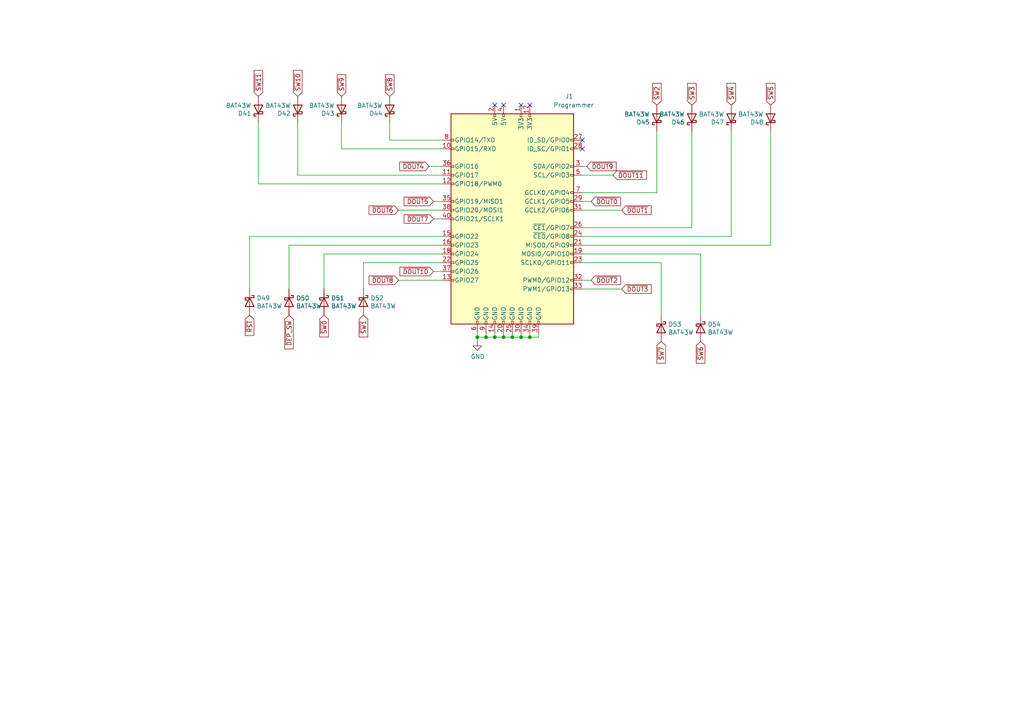
<source format=kicad_sch>
(kicad_sch (version 20230121) (generator eeschema)
  (paper "A4")
  (title_block (title "Q2 Computer") (date "2022-04-16") (rev "4c") (company "joewing.net"))
  (lib_symbols
    (symbol "Connector:Raspberry_Pi_2_3" (pin_names (offset 1.016))
      (property "Reference" "J" (at -17.78 31.75 0))
      (property "Value" "Raspberry_Pi_2_3" (at 10.16 -31.75 0))
      (symbol "Raspberry_Pi_2_3_0_1"
        (rectangle (start -17.78 30.48) (end 17.78 -30.48) (stroke (width 0.254)) (fill (type background)))
      )
      (symbol "Raspberry_Pi_2_3_1_1"
        (rectangle (start -16.891 -17.526) (end -17.78 -18.034))
        (rectangle (start -16.891 -14.986) (end -17.78 -15.494))
        (rectangle (start -16.891 -12.446) (end -17.78 -12.954))
        (rectangle (start -16.891 -9.906) (end -17.78 -10.414))
        (rectangle (start -16.891 -7.366) (end -17.78 -7.874))
        (rectangle (start -16.891 -4.826) (end -17.78 -5.334))
        (rectangle (start -16.891 0.254) (end -17.78 -0.254))
        (rectangle (start -16.891 2.794) (end -17.78 2.286))
        (rectangle (start -16.891 5.334) (end -17.78 4.826))
        (rectangle (start -16.891 10.414) (end -17.78 9.906))
        (rectangle (start -16.891 12.954) (end -17.78 12.446))
        (rectangle (start -16.891 15.494) (end -17.78 14.986))
        (rectangle (start -16.891 20.574) (end -17.78 20.066))
        (rectangle (start -16.891 23.114) (end -17.78 22.606))
        (rectangle (start -10.414 -29.591) (end -9.906 -30.48))
        (rectangle (start -7.874 -29.591) (end -7.366 -30.48))
        (rectangle (start -5.334 -29.591) (end -4.826 -30.48))
        (rectangle (start -5.334 30.48) (end -4.826 29.591))
        (rectangle (start -2.794 -29.591) (end -2.286 -30.48))
        (rectangle (start -2.794 30.48) (end -2.286 29.591))
        (rectangle (start -0.254 -29.591) (end 0.254 -30.48))
        (rectangle (start 2.286 -29.591) (end 2.794 -30.48))
        (rectangle (start 2.286 30.48) (end 2.794 29.591))
        (rectangle (start 4.826 -29.591) (end 5.334 -30.48))
        (rectangle (start 4.826 30.48) (end 5.334 29.591))
        (rectangle (start 7.366 -29.591) (end 7.874 -30.48))
        (rectangle (start 17.78 -20.066) (end 16.891 -20.574))
        (rectangle (start 17.78 -17.526) (end 16.891 -18.034))
        (rectangle (start 17.78 -12.446) (end 16.891 -12.954))
        (rectangle (start 17.78 -9.906) (end 16.891 -10.414))
        (rectangle (start 17.78 -7.366) (end 16.891 -7.874))
        (rectangle (start 17.78 -4.826) (end 16.891 -5.334))
        (rectangle (start 17.78 -2.286) (end 16.891 -2.794))
        (rectangle (start 17.78 2.794) (end 16.891 2.286))
        (rectangle (start 17.78 5.334) (end 16.891 4.826))
        (rectangle (start 17.78 7.874) (end 16.891 7.366))
        (rectangle (start 17.78 12.954) (end 16.891 12.446))
        (rectangle (start 17.78 15.494) (end 16.891 14.986))
        (rectangle (start 17.78 20.574) (end 16.891 20.066))
        (rectangle (start 17.78 23.114) (end 16.891 22.606))
        (pin power_in line (at 2.54 33.02 270) (length 2.54) (name "3V3") (number "1"))
        (pin bidirectional line (at -20.32 20.32 0) (length 2.54) (name "GPIO15/RXD") (number "10"))
        (pin bidirectional line (at -20.32 12.7 0) (length 2.54) (name "GPIO17") (number "11"))
        (pin bidirectional line (at -20.32 10.16 0) (length 2.54) (name "GPIO18/PWM0") (number "12"))
        (pin bidirectional line (at -20.32 -17.78 0) (length 2.54) (name "GPIO27") (number "13"))
        (pin power_in line (at -5.08 -33.02 90) (length 2.54) (name "GND") (number "14"))
        (pin bidirectional line (at -20.32 -5.08 0) (length 2.54) (name "GPIO22") (number "15"))
        (pin bidirectional line (at -20.32 -7.62 0) (length 2.54) (name "GPIO23") (number "16"))
        (pin power_in line (at 5.08 33.02 270) (length 2.54) (name "3V3") (number "17"))
        (pin bidirectional line (at -20.32 -10.16 0) (length 2.54) (name "GPIO24") (number "18"))
        (pin bidirectional line (at 20.32 -10.16 180) (length 2.54) (name "MOSI0/GPIO10") (number "19"))
        (pin power_in line (at -5.08 33.02 270) (length 2.54) (name "5V") (number "2"))
        (pin power_in line (at -2.54 -33.02 90) (length 2.54) (name "GND") (number "20"))
        (pin bidirectional line (at 20.32 -7.62 180) (length 2.54) (name "MISO0/GPIO9") (number "21"))
        (pin bidirectional line (at -20.32 -12.7 0) (length 2.54) (name "GPIO25") (number "22"))
        (pin bidirectional line (at 20.32 -12.7 180) (length 2.54) (name "SCLK0/GPIO11") (number "23"))
        (pin bidirectional line (at 20.32 -5.08 180) (length 2.54) (name "~{CE0}/GPIO8") (number "24"))
        (pin power_in line (at 0 -33.02 90) (length 2.54) (name "GND") (number "25"))
        (pin bidirectional line (at 20.32 -2.54 180) (length 2.54) (name "~{CE1}/GPIO7") (number "26"))
        (pin bidirectional line (at 20.32 22.86 180) (length 2.54) (name "ID_SD/GPIO0") (number "27"))
        (pin bidirectional line (at 20.32 20.32 180) (length 2.54) (name "ID_SC/GPIO1") (number "28"))
        (pin bidirectional line (at 20.32 5.08 180) (length 2.54) (name "GCLK1/GPIO5") (number "29"))
        (pin bidirectional line (at 20.32 15.24 180) (length 2.54) (name "SDA/GPIO2") (number "3"))
        (pin power_in line (at 2.54 -33.02 90) (length 2.54) (name "GND") (number "30"))
        (pin bidirectional line (at 20.32 2.54 180) (length 2.54) (name "GCLK2/GPIO6") (number "31"))
        (pin bidirectional line (at 20.32 -17.78 180) (length 2.54) (name "PWM0/GPIO12") (number "32"))
        (pin bidirectional line (at 20.32 -20.32 180) (length 2.54) (name "PWM1/GPIO13") (number "33"))
        (pin power_in line (at 5.08 -33.02 90) (length 2.54) (name "GND") (number "34"))
        (pin bidirectional line (at -20.32 5.08 0) (length 2.54) (name "GPIO19/MISO1") (number "35"))
        (pin bidirectional line (at -20.32 15.24 0) (length 2.54) (name "GPIO16") (number "36"))
        (pin bidirectional line (at -20.32 -15.24 0) (length 2.54) (name "GPIO26") (number "37"))
        (pin bidirectional line (at -20.32 2.54 0) (length 2.54) (name "GPIO20/MOSI1") (number "38"))
        (pin power_in line (at 7.62 -33.02 90) (length 2.54) (name "GND") (number "39"))
        (pin power_in line (at -2.54 33.02 270) (length 2.54) (name "5V") (number "4"))
        (pin bidirectional line (at -20.32 0 0) (length 2.54) (name "GPIO21/SCLK1") (number "40"))
        (pin bidirectional line (at 20.32 12.7 180) (length 2.54) (name "SCL/GPIO3") (number "5"))
        (pin power_in line (at -10.16 -33.02 90) (length 2.54) (name "GND") (number "6"))
        (pin bidirectional line (at 20.32 7.62 180) (length 2.54) (name "GCLK0/GPIO4") (number "7"))
        (pin bidirectional line (at -20.32 22.86 0) (length 2.54) (name "GPIO14/TXD") (number "8"))
        (pin power_in line (at -7.62 -33.02 90) (length 2.54) (name "GND") (number "9"))
      )
    )
    (symbol "Diode:BAT43W-V" (pin_numbers hide) (pin_names (offset 1.016) hide)
      (property "Reference" "D" (at 0 2.54 0))
      (property "Value" "BAT43W-V" (at 0 -2.54 0))
      (symbol "BAT43W-V_0_1"
        (polyline (pts (xy 1.27 0) (xy -1.27 0)))
        (polyline (pts (xy 1.27 1.27) (xy 1.27 -1.27) (xy -1.27 0) (xy 1.27 1.27)) (stroke (width 0.254)))
        (polyline (pts (xy -1.905 0.635) (xy -1.905 1.27) (xy -1.27 1.27) (xy -1.27 -1.27) (xy -0.635 -1.27) (xy -0.635 -0.635)) (stroke (width 0.254)))
      )
      (symbol "BAT43W-V_1_1"
        (pin passive line (at -3.81 0 0) (length 2.54) (name "K") (number "1"))
        (pin passive line (at 3.81 0 180) (length 2.54) (name "A") (number "2"))
      )
    )
    (symbol "power:GND" (power) (pin_names (offset 0))
      (property "Value" "GND" (at 0 -3.81 0))
      (symbol "GND_0_1"
        (polyline (pts (xy 0 0) (xy 0 -1.27) (xy 1.27 -1.27) (xy 0 -2.54) (xy -1.27 -1.27) (xy 0 -1.27)))
      )
      (symbol "GND_1_1"
        (pin power_in line (at 0 0 270) (length 0) hide (name "GND") (number "1"))
      )
    )
  )
  (junction (at 140.97 97.79))
  (junction (at 153.67 97.79))
  (junction (at 138.43 97.79))
  (junction (at 148.59 97.79))
  (junction (at 143.51 97.79))
  (junction (at 146.05 97.79))
  (junction (at 151.13 97.79))
  (no_connect (at 151.13 30.48))
  (no_connect (at 153.67 30.48))
  (no_connect (at 168.91 43.18))
  (no_connect (at 143.51 30.48))
  (no_connect (at 146.05 30.48))
  (no_connect (at 168.91 40.64))
  (wire (pts (xy 151.13 96.52) (xy 151.13 97.79)))
  (wire (pts (xy 138.43 97.79) (xy 138.43 99.06)))
  (wire (pts (xy 74.93 53.34) (xy 128.27 53.34)))
  (wire (pts (xy 212.09 38.1) (xy 212.09 68.58)))
  (wire (pts (xy 115.57 81.28) (xy 128.27 81.28)))
  (wire (pts (xy 99.06 35.56) (xy 99.06 43.18)))
  (wire (pts (xy 191.77 91.44) (xy 191.77 76.2)))
  (wire (pts (xy 200.66 66.04) (xy 168.91 66.04)))
  (wire (pts (xy 203.2 91.44) (xy 203.2 73.66)))
  (wire (pts (xy 212.09 68.58) (xy 168.91 68.58)))
  (wire (pts (xy 86.36 50.8) (xy 128.27 50.8)))
  (wire (pts (xy 200.66 38.1) (xy 200.66 66.04)))
  (wire (pts (xy 203.2 73.66) (xy 168.91 73.66)))
  (wire (pts (xy 140.97 97.79) (xy 143.51 97.79)))
  (wire (pts (xy 153.67 97.79) (xy 156.21 97.79)))
  (wire (pts (xy 72.39 83.82) (xy 72.39 68.58)))
  (wire (pts (xy 83.82 83.82) (xy 83.82 71.12)))
  (wire (pts (xy 148.59 96.52) (xy 148.59 97.79)))
  (wire (pts (xy 83.82 71.12) (xy 128.27 71.12)))
  (wire (pts (xy 168.91 81.28) (xy 171.45 81.28)))
  (wire (pts (xy 125.73 78.74) (xy 128.27 78.74)))
  (wire (pts (xy 168.91 50.8) (xy 177.8 50.8)))
  (wire (pts (xy 115.57 60.96) (xy 128.27 60.96)))
  (wire (pts (xy 171.45 58.42) (xy 168.91 58.42)))
  (wire (pts (xy 113.03 35.56) (xy 113.03 40.64)))
  (wire (pts (xy 170.18 48.26) (xy 168.91 48.26)))
  (wire (pts (xy 72.39 68.58) (xy 128.27 68.58)))
  (wire (pts (xy 140.97 96.52) (xy 140.97 97.79)))
  (wire (pts (xy 190.5 38.1) (xy 190.5 55.88)))
  (wire (pts (xy 153.67 96.52) (xy 153.67 97.79)))
  (wire (pts (xy 190.5 55.88) (xy 168.91 55.88)))
  (wire (pts (xy 138.43 96.52) (xy 138.43 97.79)))
  (wire (pts (xy 223.52 38.1) (xy 223.52 71.12)))
  (wire (pts (xy 125.73 63.5) (xy 128.27 63.5)))
  (wire (pts (xy 223.52 71.12) (xy 168.91 71.12)))
  (wire (pts (xy 143.51 97.79) (xy 146.05 97.79)))
  (wire (pts (xy 191.77 76.2) (xy 168.91 76.2)))
  (wire (pts (xy 146.05 97.79) (xy 148.59 97.79)))
  (wire (pts (xy 148.59 97.79) (xy 151.13 97.79)))
  (wire (pts (xy 168.91 60.96) (xy 180.34 60.96)))
  (wire (pts (xy 105.41 76.2) (xy 128.27 76.2)))
  (wire (pts (xy 180.34 83.82) (xy 168.91 83.82)))
  (wire (pts (xy 143.51 96.52) (xy 143.51 97.79)))
  (wire (pts (xy 146.05 96.52) (xy 146.05 97.79)))
  (wire (pts (xy 93.98 73.66) (xy 128.27 73.66)))
  (wire (pts (xy 105.41 83.82) (xy 105.41 76.2)))
  (wire (pts (xy 125.73 58.42) (xy 128.27 58.42)))
  (wire (pts (xy 156.21 97.79) (xy 156.21 96.52)))
  (wire (pts (xy 99.06 43.18) (xy 128.27 43.18)))
  (wire (pts (xy 138.43 97.79) (xy 140.97 97.79)))
  (wire (pts (xy 93.98 83.82) (xy 93.98 73.66)))
  (wire (pts (xy 151.13 97.79) (xy 153.67 97.79)))
  (wire (pts (xy 74.93 35.56) (xy 74.93 53.34)))
  (wire (pts (xy 86.36 35.56) (xy 86.36 50.8)))
  (wire (pts (xy 124.46 48.26) (xy 128.27 48.26)))
  (wire (pts (xy 113.03 40.64) (xy 128.27 40.64)))
  (global_label "~{RST}" (shape input) (at 72.39 91.44 270) (property "Intersheetrefs" "${INTERSHEET_REFS}" (effects hide)))
  (global_label "~{DOUT5}" (shape input) (at 125.73 58.42 180) (property "Intersheetrefs" "${INTERSHEET_REFS}" (effects hide)))
  (global_label "~{DOUT10}" (shape input) (at 125.73 78.74 180) (property "Intersheetrefs" "${INTERSHEET_REFS}" (effects hide)))
  (global_label "~{DOUT1}" (shape input) (at 180.34 60.96 0) (property "Intersheetrefs" "${INTERSHEET_REFS}" (effects hide)))
  (global_label "~{SW0}" (shape input) (at 93.98 91.44 270) (property "Intersheetrefs" "${INTERSHEET_REFS}" (effects hide)))
  (global_label "~{SW7}" (shape input) (at 191.77 99.06 270) (property "Intersheetrefs" "${INTERSHEET_REFS}" (effects hide)))
  (global_label "~{SW11}" (shape input) (at 74.93 27.94 90) (property "Intersheetrefs" "${INTERSHEET_REFS}" (effects hide)))
  (global_label "~{DOUT7}" (shape input) (at 125.73 63.5 180) (property "Intersheetrefs" "${INTERSHEET_REFS}" (effects hide)))
  (global_label "~{DOUT4}" (shape input) (at 124.46 48.26 180) (property "Intersheetrefs" "${INTERSHEET_REFS}" (effects hide)))
  (global_label "~{SW10}" (shape input) (at 86.36 27.94 90) (property "Intersheetrefs" "${INTERSHEET_REFS}" (effects hide)))
  (global_label "~{DOUT9}" (shape input) (at 170.18 48.26 0) (property "Intersheetrefs" "${INTERSHEET_REFS}" (effects hide)))
  (global_label "~{SW3}" (shape input) (at 200.66 30.48 90) (property "Intersheetrefs" "${INTERSHEET_REFS}" (effects hide)))
  (global_label "~{DOUT2}" (shape input) (at 171.45 81.28 0) (property "Intersheetrefs" "${INTERSHEET_REFS}" (effects hide)))
  (global_label "~{SW6}" (shape input) (at 203.2 99.06 270) (property "Intersheetrefs" "${INTERSHEET_REFS}" (effects hide)))
  (global_label "~{DOUT11}" (shape input) (at 177.8 50.8 0) (property "Intersheetrefs" "${INTERSHEET_REFS}" (effects hide)))
  (global_label "~{SW4}" (shape input) (at 212.09 30.48 90) (property "Intersheetrefs" "${INTERSHEET_REFS}" (effects hide)))
  (global_label "~{DOUT0}" (shape input) (at 171.45 58.42 0) (property "Intersheetrefs" "${INTERSHEET_REFS}" (effects hide)))
  (global_label "~{DEP_SW}" (shape input) (at 83.82 91.44 270) (property "Intersheetrefs" "${INTERSHEET_REFS}" (effects hide)))
  (global_label "~{DOUT8}" (shape input) (at 115.57 81.28 180) (property "Intersheetrefs" "${INTERSHEET_REFS}" (effects hide)))
  (global_label "~{SW9}" (shape input) (at 99.06 27.94 90) (property "Intersheetrefs" "${INTERSHEET_REFS}" (effects hide)))
  (global_label "~{SW8}" (shape input) (at 113.03 27.94 90) (property "Intersheetrefs" "${INTERSHEET_REFS}" (effects hide)))
  (global_label "~{SW5}" (shape input) (at 223.52 30.48 90) (property "Intersheetrefs" "${INTERSHEET_REFS}" (effects hide)))
  (global_label "~{DOUT3}" (shape input) (at 180.34 83.82 0) (property "Intersheetrefs" "${INTERSHEET_REFS}" (effects hide)))
  (global_label "~{SW1}" (shape input) (at 105.41 91.44 270) (property "Intersheetrefs" "${INTERSHEET_REFS}" (effects hide)))
  (global_label "~{DOUT6}" (shape input) (at 115.57 60.96 180) (property "Intersheetrefs" "${INTERSHEET_REFS}" (effects hide)))
  (global_label "~{SW2}" (shape input) (at 190.5 30.48 90) (property "Intersheetrefs" "${INTERSHEET_REFS}" (effects hide)))
  (symbol (lib_id "Connector:Raspberry_Pi_2_3") (at 148.59 63.5 0) (unit 1)
    (property "Reference" "J1" (at 165.1 27.94 0))
    (property "Value" "Programmer" (at 166.37 30.48 0))
    (property "Footprint" "Connector_IDC:IDC-Header_2x20_P2.54mm_Vertical" (effects hide))
    (property "LCSC" "C9138" (effects hide))
    (property "Manufacturer" "BOOMELE(Boom Precision Elec)" (effects hide))
    (property "Package" "2X20P" (effects hide))
    (property "Part Number" "C9138" (effects hide))
    (property "Type" "PTH" (effects hide))
  )
  (symbol (lib_id "power:GND") (at 138.43 99.06 0) (unit 1)
    (property "Reference" "#PWR0636" (effects hide))
    (property "Value" "GND" (at 138.557 103.4542 0))
  )
  (symbol (lib_id "Diode:BAT43W-V") (at 72.39 87.63 270) (unit 1)
    (property "Reference" "D49" (at 74.422 86.4616 90) (effects (justify left)))
    (property "Value" "BAT43W" (at 74.422 88.773 90) (effects (justify left)))
    (property "Footprint" "Diode_SMD:D_SOD-123" (effects hide))
    (property "LCSC" "C19167" (effects hide))
    (property "Manufacturer" "Changjiang Electronics Tech (CJ)" (effects hide))
    (property "Part Number" "BAT43W" (effects hide))
    (property "Package" "SOD-123" (effects hide))
    (property "Type" "SMD" (effects hide))
  )
  (symbol (lib_id "Diode:BAT43W-V") (at 93.98 87.63 270) (unit 1)
    (property "Reference" "D51" (at 96.012 86.4616 90) (effects (justify left)))
    (property "Value" "BAT43W" (at 96.012 88.773 90) (effects (justify left)))
    (property "Footprint" "Diode_SMD:D_SOD-123" (effects hide))
    (property "LCSC" "C19167" (effects hide))
    (property "Manufacturer" "Changjiang Electronics Tech (CJ)" (effects hide))
    (property "Part Number" "BAT43W" (effects hide))
    (property "Package" "SOD-123" (effects hide))
    (property "Type" "SMD" (effects hide))
  )
  (symbol (lib_id "Diode:BAT43W-V") (at 83.82 87.63 270) (unit 1)
    (property "Reference" "D50" (at 85.852 86.4616 90) (effects (justify left)))
    (property "Value" "BAT43W" (at 85.852 88.773 90) (effects (justify left)))
    (property "Footprint" "Diode_SMD:D_SOD-123" (effects hide))
    (property "LCSC" "C19167" (effects hide))
    (property "Manufacturer" "Changjiang Electronics Tech (CJ)" (effects hide))
    (property "Part Number" "BAT43W" (effects hide))
    (property "Package" "SOD-123" (effects hide))
    (property "Type" "SMD" (effects hide))
  )
  (symbol (lib_id "Diode:BAT43W-V") (at 105.41 87.63 270) (unit 1)
    (property "Reference" "D52" (at 107.442 86.4616 90) (effects (justify left)))
    (property "Value" "BAT43W" (at 107.442 88.773 90) (effects (justify left)))
    (property "Footprint" "Diode_SMD:D_SOD-123" (effects hide))
    (property "LCSC" "C19167" (effects hide))
    (property "Manufacturer" "Changjiang Electronics Tech (CJ)" (effects hide))
    (property "Part Number" "BAT43W" (effects hide))
    (property "Package" "SOD-123" (effects hide))
    (property "Type" "SMD" (effects hide))
  )
  (symbol (lib_id "Diode:BAT43W-V") (at 191.77 95.25 270) (unit 1)
    (property "Reference" "D53" (at 193.802 94.0816 90) (effects (justify left)))
    (property "Value" "BAT43W" (at 193.802 96.393 90) (effects (justify left)))
    (property "Footprint" "Diode_SMD:D_SOD-123" (effects hide))
    (property "LCSC" "C19167" (effects hide))
    (property "Manufacturer" "Changjiang Electronics Tech (CJ)" (effects hide))
    (property "Part Number" "BAT43W" (effects hide))
    (property "Package" "SOD-123" (effects hide))
    (property "Type" "SMD" (effects hide))
  )
  (symbol (lib_id "Diode:BAT43W-V") (at 203.2 95.25 270) (unit 1)
    (property "Reference" "D54" (at 205.232 94.0816 90) (effects (justify left)))
    (property "Value" "BAT43W" (at 205.232 96.393 90) (effects (justify left)))
    (property "Footprint" "Diode_SMD:D_SOD-123" (effects hide))
    (property "LCSC" "C19167" (effects hide))
    (property "Manufacturer" "Changjiang Electronics Tech (CJ)" (effects hide))
    (property "Part Number" "BAT43W" (effects hide))
    (property "Package" "SOD-123" (effects hide))
    (property "Type" "SMD" (effects hide))
  )
  (symbol (lib_id "Diode:BAT43W-V") (at 190.5 34.29 90) (unit 1)
    (property "Reference" "D45" (at 188.468 35.4584 90) (effects (justify left)))
    (property "Value" "BAT43W" (at 188.468 33.147 90) (effects (justify left)))
    (property "Footprint" "Diode_SMD:D_SOD-123" (effects hide))
    (property "LCSC" "C19167" (effects hide))
    (property "Manufacturer" "Changjiang Electronics Tech (CJ)" (effects hide))
    (property "Part Number" "BAT43W" (effects hide))
    (property "Package" "SOD-123" (effects hide))
    (property "Type" "SMD" (effects hide))
  )
  (symbol (lib_id "Diode:BAT43W-V") (at 200.66 34.29 90) (unit 1)
    (property "Reference" "D46" (at 198.628 35.4584 90) (effects (justify left)))
    (property "Value" "BAT43W" (at 198.628 33.147 90) (effects (justify left)))
    (property "Footprint" "Diode_SMD:D_SOD-123" (effects hide))
    (property "LCSC" "C19167" (effects hide))
    (property "Manufacturer" "Changjiang Electronics Tech (CJ)" (effects hide))
    (property "Part Number" "BAT43W" (effects hide))
    (property "Package" "SOD-123" (effects hide))
    (property "Type" "SMD" (effects hide))
  )
  (symbol (lib_id "Diode:BAT43W-V") (at 212.09 34.29 90) (unit 1)
    (property "Reference" "D47" (at 210.058 35.4584 90) (effects (justify left)))
    (property "Value" "BAT43W" (at 210.058 33.147 90) (effects (justify left)))
    (property "Footprint" "Diode_SMD:D_SOD-123" (effects hide))
    (property "LCSC" "C19167" (effects hide))
    (property "Manufacturer" "Changjiang Electronics Tech (CJ)" (effects hide))
    (property "Part Number" "BAT43W" (effects hide))
    (property "Package" "SOD-123" (effects hide))
    (property "Type" "SMD" (effects hide))
  )
  (symbol (lib_id "Diode:BAT43W-V") (at 223.52 34.29 90) (unit 1)
    (property "Reference" "D48" (at 221.488 35.4584 90) (effects (justify left)))
    (property "Value" "BAT43W" (at 221.488 33.147 90) (effects (justify left)))
    (property "Footprint" "Diode_SMD:D_SOD-123" (effects hide))
    (property "LCSC" "C19167" (effects hide))
    (property "Manufacturer" "Changjiang Electronics Tech (CJ)" (effects hide))
    (property "Part Number" "BAT43W" (effects hide))
    (property "Package" "SOD-123" (effects hide))
    (property "Type" "SMD" (effects hide))
  )
  (symbol (lib_id "Diode:BAT43W-V") (at 113.03 31.75 90) (unit 1)
    (property "Reference" "D44" (at 110.998 32.9184 90) (effects (justify left)))
    (property "Value" "BAT43W" (at 110.998 30.607 90) (effects (justify left)))
    (property "Footprint" "Diode_SMD:D_SOD-123" (effects hide))
    (property "LCSC" "C19167" (effects hide))
    (property "Manufacturer" "Changjiang Electronics Tech (CJ)" (effects hide))
    (property "Part Number" "BAT43W" (effects hide))
    (property "Package" "SOD-123" (effects hide))
    (property "Type" "SMD" (effects hide))
  )
  (symbol (lib_id "Diode:BAT43W-V") (at 99.06 31.75 90) (unit 1)
    (property "Reference" "D43" (at 97.028 32.9184 90) (effects (justify left)))
    (property "Value" "BAT43W" (at 97.028 30.607 90) (effects (justify left)))
    (property "Footprint" "Diode_SMD:D_SOD-123" (effects hide))
    (property "LCSC" "C19167" (effects hide))
    (property "Manufacturer" "Changjiang Electronics Tech (CJ)" (effects hide))
    (property "Part Number" "BAT43W" (effects hide))
    (property "Package" "SOD-123" (effects hide))
    (property "Type" "SMD" (effects hide))
  )
  (symbol (lib_id "Diode:BAT43W-V") (at 86.36 31.75 90) (unit 1)
    (property "Reference" "D42" (at 84.328 32.9184 90) (effects (justify left)))
    (property "Value" "BAT43W" (at 84.328 30.607 90) (effects (justify left)))
    (property "Footprint" "Diode_SMD:D_SOD-123" (effects hide))
    (property "LCSC" "C19167" (effects hide))
    (property "Manufacturer" "Changjiang Electronics Tech (CJ)" (effects hide))
    (property "Part Number" "BAT43W" (effects hide))
    (property "Package" "SOD-123" (effects hide))
    (property "Type" "SMD" (effects hide))
  )
  (symbol (lib_id "Diode:BAT43W-V") (at 74.93 31.75 90) (unit 1)
    (property "Reference" "D41" (at 72.898 32.9184 90) (effects (justify left)))
    (property "Value" "BAT43W" (at 72.898 30.607 90) (effects (justify left)))
    (property "Footprint" "Diode_SMD:D_SOD-123" (effects hide))
    (property "LCSC" "C19167" (effects hide))
    (property "Manufacturer" "Changjiang Electronics Tech (CJ)" (effects hide))
    (property "Part Number" "BAT43W" (effects hide))
    (property "Package" "SOD-123" (effects hide))
    (property "Type" "SMD" (effects hide))
  )
)
</source>
